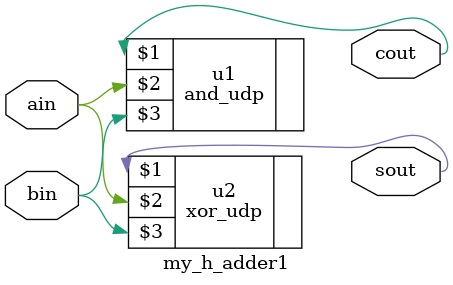
<source format=v>
module my_h_adder1 (
	input ain,
	input bin,

	output sout,
	output cout
);

	and_udp u1(cout, ain, bin);

	xor_udp u2(sout, ain, bin);

endmodule
</source>
